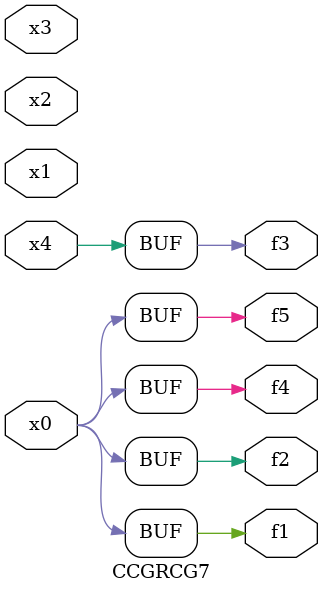
<source format=v>
module CCGRCG7(
	input x0, x1, x2, x3, x4,
	output f1, f2, f3, f4, f5
);
	assign f1 = x0;
	assign f2 = x0;
	assign f3 = x4;
	assign f4 = x0;
	assign f5 = x0;
endmodule

</source>
